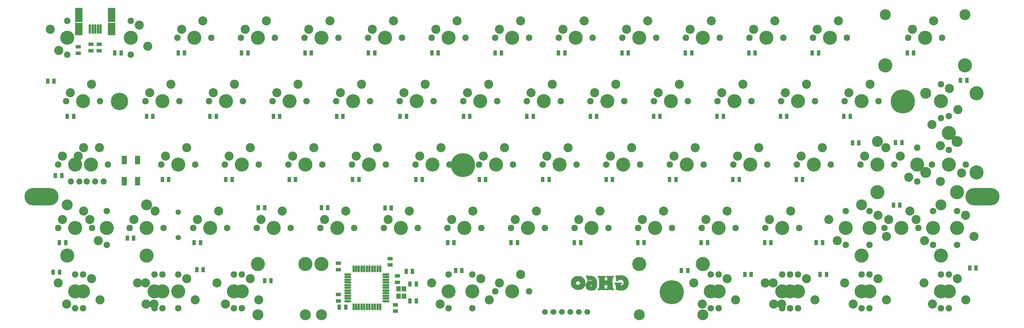
<source format=gbs>
G04 (created by PCBNEW (2012-oct-18)-testing) date Fri 26 Oct 2012 04:47:30 PM CEST*
%MOIN*%
G04 Gerber Fmt 3.4, Leading zero omitted, Abs format*
%FSLAX34Y34*%
G01*
G70*
G90*
G04 APERTURE LIST*
%ADD10C,3.93701e-06*%
%ADD11C,0.0001*%
%ADD12C,0.1661*%
%ADD13C,0.1078*%
%ADD14C,0.0763*%
%ADD15C,0.1294*%
%ADD16C,0.1664*%
%ADD17R,0.0547X0.0645*%
%ADD18C,0.285*%
%ADD19O,0.4031X0.2063*%
%ADD20C,0.2063*%
%ADD21R,0.0645X0.1*%
%ADD22C,0.0644*%
%ADD23O,0.0842X0.0254*%
%ADD24O,0.0254X0.0842*%
%ADD25R,0.0444X0.0644*%
%ADD26R,0.0644X0.0444*%
%ADD27R,0.0901X0.1669*%
%ADD28R,0.0901X0.1472*%
%ADD29O,0.0291X0.1157*%
%ADD30C,0.0724*%
%ADD31C,0.0684551*%
G04 APERTURE END LIST*
G54D10*
G54D11*
G36*
X66147Y-32584D02*
X66143Y-32688D01*
X66134Y-32787D01*
X66122Y-32878D01*
X66109Y-32936D01*
X66069Y-33051D01*
X66013Y-33153D01*
X65942Y-33240D01*
X65857Y-33311D01*
X65759Y-33364D01*
X65728Y-33377D01*
X65686Y-33387D01*
X65627Y-33395D01*
X65556Y-33401D01*
X65513Y-33403D01*
X65513Y-32801D01*
X65500Y-32776D01*
X65491Y-32766D01*
X65457Y-32745D01*
X65419Y-32744D01*
X65379Y-32763D01*
X65378Y-32764D01*
X65355Y-32787D01*
X65351Y-32811D01*
X65367Y-32837D01*
X65381Y-32853D01*
X65414Y-32878D01*
X65443Y-32883D01*
X65472Y-32867D01*
X65485Y-32854D01*
X65508Y-32825D01*
X65513Y-32801D01*
X65513Y-33403D01*
X65478Y-33405D01*
X65400Y-33405D01*
X65325Y-33403D01*
X65260Y-33398D01*
X65213Y-33390D01*
X65133Y-33369D01*
X65070Y-33342D01*
X65015Y-33307D01*
X64980Y-33277D01*
X64912Y-33202D01*
X64858Y-33116D01*
X64819Y-33022D01*
X64807Y-32985D01*
X64798Y-32953D01*
X64793Y-32920D01*
X64790Y-32880D01*
X64789Y-32828D01*
X64789Y-32774D01*
X64789Y-32707D01*
X64791Y-32657D01*
X64794Y-32619D01*
X64800Y-32588D01*
X64809Y-32558D01*
X64813Y-32546D01*
X64857Y-32455D01*
X64914Y-32376D01*
X64981Y-32312D01*
X65057Y-32267D01*
X65084Y-32256D01*
X65116Y-32247D01*
X65152Y-32241D01*
X65197Y-32238D01*
X65257Y-32237D01*
X65293Y-32237D01*
X65353Y-32238D01*
X65408Y-32240D01*
X65453Y-32244D01*
X65483Y-32249D01*
X65485Y-32250D01*
X65514Y-32256D01*
X65524Y-32251D01*
X65514Y-32235D01*
X65485Y-32210D01*
X65472Y-32200D01*
X65412Y-32165D01*
X65341Y-32140D01*
X65270Y-32130D01*
X65265Y-32130D01*
X65224Y-32136D01*
X65200Y-32152D01*
X65193Y-32180D01*
X65188Y-32205D01*
X65171Y-32220D01*
X65140Y-32228D01*
X65091Y-32230D01*
X65050Y-32229D01*
X65024Y-32224D01*
X65007Y-32211D01*
X64995Y-32184D01*
X64984Y-32142D01*
X64982Y-32130D01*
X64965Y-32066D01*
X64943Y-31994D01*
X64918Y-31922D01*
X64892Y-31856D01*
X64869Y-31806D01*
X64846Y-31747D01*
X64837Y-31692D01*
X64837Y-31686D01*
X64842Y-31640D01*
X64857Y-31609D01*
X64886Y-31592D01*
X64933Y-31586D01*
X64949Y-31586D01*
X64987Y-31587D01*
X65009Y-31591D01*
X65024Y-31602D01*
X65037Y-31622D01*
X65038Y-31623D01*
X65060Y-31660D01*
X65135Y-31650D01*
X65175Y-31646D01*
X65230Y-31644D01*
X65293Y-31643D01*
X65358Y-31644D01*
X65365Y-31644D01*
X65433Y-31647D01*
X65485Y-31651D01*
X65527Y-31657D01*
X65566Y-31666D01*
X65606Y-31678D01*
X65610Y-31679D01*
X65692Y-31711D01*
X65759Y-31744D01*
X65819Y-31784D01*
X65878Y-31834D01*
X65880Y-31835D01*
X65968Y-31932D01*
X66040Y-32044D01*
X66096Y-32170D01*
X66116Y-32232D01*
X66131Y-32301D01*
X66141Y-32386D01*
X66146Y-32482D01*
X66147Y-32584D01*
X66147Y-32584D01*
X66147Y-32584D01*
G37*
G36*
X69868Y-32552D02*
X69864Y-32636D01*
X69852Y-32712D01*
X69833Y-32785D01*
X69804Y-32864D01*
X69803Y-32865D01*
X69767Y-32946D01*
X69726Y-33017D01*
X69677Y-33083D01*
X69615Y-33151D01*
X69598Y-33169D01*
X69524Y-33237D01*
X69451Y-33289D01*
X69372Y-33331D01*
X69280Y-33365D01*
X69248Y-33375D01*
X69216Y-33384D01*
X69183Y-33390D01*
X69146Y-33395D01*
X69101Y-33398D01*
X69043Y-33401D01*
X68969Y-33403D01*
X68937Y-33403D01*
X68843Y-33404D01*
X68768Y-33403D01*
X68711Y-33401D01*
X68667Y-33396D01*
X68642Y-33392D01*
X68516Y-33353D01*
X68404Y-33299D01*
X68397Y-33295D01*
X68337Y-33258D01*
X68337Y-33078D01*
X68336Y-32999D01*
X68333Y-32921D01*
X68329Y-32847D01*
X68324Y-32780D01*
X68318Y-32725D01*
X68312Y-32684D01*
X68305Y-32661D01*
X68303Y-32659D01*
X68287Y-32650D01*
X68258Y-32643D01*
X68251Y-32642D01*
X68209Y-32635D01*
X68205Y-32574D01*
X68205Y-32533D01*
X68206Y-32495D01*
X68208Y-32480D01*
X68214Y-32447D01*
X68626Y-32446D01*
X69037Y-32445D01*
X69037Y-32524D01*
X69036Y-32569D01*
X69032Y-32599D01*
X69023Y-32617D01*
X69008Y-32630D01*
X68998Y-32636D01*
X68972Y-32660D01*
X68951Y-32698D01*
X68939Y-32743D01*
X68937Y-32767D01*
X68937Y-32810D01*
X68987Y-32804D01*
X69062Y-32782D01*
X69128Y-32741D01*
X69186Y-32678D01*
X69236Y-32595D01*
X69241Y-32587D01*
X69268Y-32514D01*
X69275Y-32446D01*
X69262Y-32379D01*
X69250Y-32348D01*
X69205Y-32270D01*
X69147Y-32209D01*
X69075Y-32162D01*
X69074Y-32162D01*
X69022Y-32141D01*
X68968Y-32128D01*
X68908Y-32125D01*
X68839Y-32130D01*
X68758Y-32145D01*
X68661Y-32170D01*
X68648Y-32173D01*
X68630Y-32181D01*
X68621Y-32198D01*
X68617Y-32229D01*
X68617Y-32230D01*
X68614Y-32278D01*
X68608Y-32307D01*
X68596Y-32323D01*
X68572Y-32329D01*
X68532Y-32330D01*
X68515Y-32330D01*
X68473Y-32329D01*
X68440Y-32326D01*
X68423Y-32322D01*
X68421Y-32321D01*
X68418Y-32307D01*
X68413Y-32276D01*
X68408Y-32232D01*
X68403Y-32191D01*
X68391Y-32075D01*
X68378Y-31980D01*
X68365Y-31904D01*
X68352Y-31848D01*
X68338Y-31808D01*
X68338Y-31808D01*
X68325Y-31770D01*
X68317Y-31725D01*
X68314Y-31681D01*
X68316Y-31642D01*
X68323Y-31614D01*
X68332Y-31604D01*
X68352Y-31600D01*
X68386Y-31598D01*
X68425Y-31597D01*
X68466Y-31598D01*
X68489Y-31601D01*
X68501Y-31608D01*
X68507Y-31621D01*
X68517Y-31638D01*
X68538Y-31638D01*
X68539Y-31638D01*
X68633Y-31619D01*
X68742Y-31606D01*
X68858Y-31598D01*
X68975Y-31597D01*
X69086Y-31601D01*
X69184Y-31612D01*
X69198Y-31614D01*
X69330Y-31647D01*
X69449Y-31699D01*
X69556Y-31768D01*
X69648Y-31855D01*
X69727Y-31959D01*
X69776Y-32047D01*
X69807Y-32116D01*
X69830Y-32180D01*
X69847Y-32245D01*
X69857Y-32317D01*
X69864Y-32402D01*
X69867Y-32454D01*
X69868Y-32552D01*
X69868Y-32552D01*
X69868Y-32552D01*
G37*
G36*
X68137Y-33281D02*
X68135Y-33320D01*
X68128Y-33341D01*
X68118Y-33348D01*
X68102Y-33350D01*
X68067Y-33350D01*
X68018Y-33348D01*
X67959Y-33344D01*
X67912Y-33341D01*
X67840Y-33336D01*
X67775Y-33333D01*
X67710Y-33332D01*
X67641Y-33333D01*
X67562Y-33336D01*
X67469Y-33341D01*
X67396Y-33345D01*
X67331Y-33347D01*
X67276Y-33349D01*
X67235Y-33349D01*
X67211Y-33348D01*
X67206Y-33347D01*
X67202Y-33333D01*
X67198Y-33303D01*
X67194Y-33262D01*
X67194Y-33256D01*
X67193Y-33204D01*
X67199Y-33169D01*
X67212Y-33150D01*
X67236Y-33142D01*
X67252Y-33141D01*
X67281Y-33138D01*
X67300Y-33132D01*
X67307Y-33118D01*
X67315Y-33086D01*
X67323Y-33042D01*
X67331Y-32991D01*
X67338Y-32936D01*
X67343Y-32884D01*
X67346Y-32839D01*
X67346Y-32805D01*
X67343Y-32776D01*
X67334Y-32761D01*
X67315Y-32754D01*
X67292Y-32751D01*
X67261Y-32749D01*
X67218Y-32748D01*
X67168Y-32750D01*
X67119Y-32753D01*
X67073Y-32757D01*
X67039Y-32761D01*
X67019Y-32766D01*
X67018Y-32767D01*
X67013Y-32783D01*
X67012Y-32817D01*
X67013Y-32863D01*
X67016Y-32916D01*
X67021Y-32972D01*
X67028Y-33026D01*
X67035Y-33073D01*
X67043Y-33108D01*
X67050Y-33127D01*
X67069Y-33137D01*
X67092Y-33141D01*
X67123Y-33144D01*
X67143Y-33156D01*
X67154Y-33180D01*
X67157Y-33221D01*
X67157Y-33258D01*
X67153Y-33346D01*
X67048Y-33346D01*
X66998Y-33345D01*
X66934Y-33344D01*
X66861Y-33342D01*
X66788Y-33341D01*
X66759Y-33340D01*
X66678Y-33339D01*
X66587Y-33339D01*
X66495Y-33341D01*
X66414Y-33344D01*
X66401Y-33345D01*
X66225Y-33355D01*
X66229Y-33262D01*
X66232Y-33169D01*
X66279Y-33152D01*
X66310Y-33139D01*
X66332Y-33127D01*
X66336Y-33124D01*
X66342Y-33109D01*
X66350Y-33077D01*
X66359Y-33033D01*
X66367Y-32985D01*
X66374Y-32933D01*
X66379Y-32878D01*
X66383Y-32816D01*
X66386Y-32742D01*
X66387Y-32652D01*
X66387Y-32574D01*
X66387Y-32485D01*
X66385Y-32392D01*
X66382Y-32299D01*
X66378Y-32208D01*
X66373Y-32123D01*
X66368Y-32046D01*
X66363Y-31980D01*
X66357Y-31929D01*
X66351Y-31895D01*
X66347Y-31885D01*
X66331Y-31872D01*
X66302Y-31861D01*
X66293Y-31859D01*
X66260Y-31850D01*
X66242Y-31834D01*
X66237Y-31824D01*
X66229Y-31787D01*
X66227Y-31741D01*
X66230Y-31695D01*
X66234Y-31676D01*
X66238Y-31664D01*
X66245Y-31657D01*
X66260Y-31653D01*
X66287Y-31653D01*
X66330Y-31656D01*
X66347Y-31657D01*
X66449Y-31663D01*
X66532Y-31668D01*
X66601Y-31671D01*
X66658Y-31672D01*
X66709Y-31672D01*
X66755Y-31670D01*
X66801Y-31667D01*
X66844Y-31663D01*
X66908Y-31657D01*
X66972Y-31652D01*
X67030Y-31648D01*
X67070Y-31647D01*
X67153Y-31647D01*
X67157Y-31729D01*
X67157Y-31771D01*
X67154Y-31804D01*
X67149Y-31823D01*
X67148Y-31824D01*
X67131Y-31836D01*
X67102Y-31848D01*
X67092Y-31851D01*
X67065Y-31860D01*
X67049Y-31866D01*
X67047Y-31867D01*
X67046Y-31878D01*
X67043Y-31907D01*
X67039Y-31951D01*
X67033Y-32004D01*
X67032Y-32019D01*
X67026Y-32085D01*
X67023Y-32131D01*
X67024Y-32160D01*
X67027Y-32175D01*
X67030Y-32177D01*
X67046Y-32181D01*
X67078Y-32183D01*
X67122Y-32185D01*
X67172Y-32185D01*
X67223Y-32185D01*
X67271Y-32184D01*
X67310Y-32182D01*
X67335Y-32178D01*
X67342Y-32176D01*
X67344Y-32160D01*
X67343Y-32127D01*
X67341Y-32083D01*
X67337Y-32033D01*
X67332Y-31981D01*
X67326Y-31934D01*
X67320Y-31895D01*
X67315Y-31872D01*
X67313Y-31867D01*
X67295Y-31857D01*
X67266Y-31847D01*
X67255Y-31844D01*
X67209Y-31835D01*
X67206Y-31752D01*
X67206Y-31710D01*
X67208Y-31675D01*
X67213Y-31655D01*
X67213Y-31654D01*
X67220Y-31648D01*
X67234Y-31644D01*
X67257Y-31643D01*
X67294Y-31645D01*
X67347Y-31649D01*
X67394Y-31652D01*
X67506Y-31659D01*
X67629Y-31661D01*
X67765Y-31659D01*
X67917Y-31651D01*
X68002Y-31646D01*
X68055Y-31642D01*
X68091Y-31644D01*
X68112Y-31652D01*
X68122Y-31669D01*
X68125Y-31697D01*
X68125Y-31721D01*
X68124Y-31774D01*
X68118Y-31809D01*
X68107Y-31830D01*
X68087Y-31842D01*
X68070Y-31846D01*
X68040Y-31854D01*
X68019Y-31864D01*
X68017Y-31866D01*
X68010Y-31883D01*
X68000Y-31916D01*
X67990Y-31960D01*
X67985Y-31986D01*
X67977Y-32046D01*
X67970Y-32125D01*
X67966Y-32218D01*
X67964Y-32322D01*
X67964Y-32433D01*
X67966Y-32547D01*
X67970Y-32661D01*
X67976Y-32771D01*
X67985Y-32872D01*
X67985Y-32880D01*
X67993Y-32948D01*
X68001Y-33009D01*
X68008Y-33060D01*
X68015Y-33096D01*
X68021Y-33114D01*
X68045Y-33134D01*
X68079Y-33145D01*
X68104Y-33151D01*
X68121Y-33165D01*
X68131Y-33189D01*
X68136Y-33227D01*
X68137Y-33281D01*
X68137Y-33281D01*
X68137Y-33281D01*
G37*
G36*
X64753Y-32541D02*
X64751Y-32638D01*
X64747Y-32717D01*
X64738Y-32782D01*
X64724Y-32836D01*
X64705Y-32883D01*
X64679Y-32928D01*
X64653Y-32964D01*
X64564Y-33069D01*
X64473Y-33154D01*
X64381Y-33220D01*
X64289Y-33265D01*
X64263Y-33274D01*
X64169Y-33296D01*
X64144Y-33299D01*
X64144Y-32542D01*
X64144Y-32494D01*
X64125Y-32443D01*
X64091Y-32394D01*
X64046Y-32350D01*
X63994Y-32314D01*
X63937Y-32291D01*
X63882Y-32283D01*
X63830Y-32293D01*
X63776Y-32319D01*
X63727Y-32359D01*
X63686Y-32407D01*
X63660Y-32459D01*
X63659Y-32463D01*
X63651Y-32495D01*
X63653Y-32521D01*
X63666Y-32554D01*
X63666Y-32555D01*
X63696Y-32606D01*
X63737Y-32655D01*
X63783Y-32697D01*
X63821Y-32720D01*
X63854Y-32734D01*
X63881Y-32739D01*
X63910Y-32736D01*
X63949Y-32726D01*
X63955Y-32724D01*
X64020Y-32696D01*
X64075Y-32656D01*
X64117Y-32606D01*
X64142Y-32551D01*
X64144Y-32542D01*
X64144Y-33299D01*
X64061Y-33311D01*
X63948Y-33317D01*
X63837Y-33314D01*
X63766Y-33306D01*
X63630Y-33276D01*
X63502Y-33225D01*
X63381Y-33153D01*
X63268Y-33061D01*
X63242Y-33036D01*
X63189Y-32979D01*
X63148Y-32923D01*
X63116Y-32861D01*
X63088Y-32786D01*
X63080Y-32763D01*
X63070Y-32728D01*
X63063Y-32696D01*
X63058Y-32661D01*
X63056Y-32619D01*
X63055Y-32564D01*
X63054Y-32497D01*
X63056Y-32407D01*
X63060Y-32333D01*
X63068Y-32271D01*
X63081Y-32215D01*
X63101Y-32159D01*
X63128Y-32099D01*
X63138Y-32078D01*
X63201Y-31974D01*
X63283Y-31882D01*
X63379Y-31804D01*
X63462Y-31755D01*
X63553Y-31719D01*
X63654Y-31694D01*
X63769Y-31680D01*
X63895Y-31675D01*
X64036Y-31681D01*
X64161Y-31700D01*
X64272Y-31733D01*
X64371Y-31780D01*
X64461Y-31843D01*
X64539Y-31917D01*
X64617Y-32017D01*
X64680Y-32131D01*
X64727Y-32254D01*
X64728Y-32259D01*
X64738Y-32294D01*
X64745Y-32327D01*
X64749Y-32363D01*
X64752Y-32406D01*
X64753Y-32461D01*
X64753Y-32533D01*
X64753Y-32541D01*
X64753Y-32541D01*
X64753Y-32541D01*
G37*
G54D12*
X4539Y-18504D03*
G54D13*
X5539Y-16504D03*
X3039Y-17504D03*
G54D14*
X2539Y-18504D03*
G54D12*
X6414Y-18504D03*
G54D13*
X7414Y-16504D03*
X4914Y-17504D03*
G54D14*
X8414Y-18504D03*
G54D15*
X109539Y-754D03*
G54D16*
X109539Y-6754D03*
G54D15*
X3601Y-23254D03*
G54D16*
X3601Y-29254D03*
G54D15*
X12976Y-23254D03*
G54D16*
X12976Y-29254D03*
G54D15*
X106726Y-23254D03*
G54D16*
X106726Y-29254D03*
G54D15*
X97351Y-23254D03*
G54D16*
X97351Y-29254D03*
G54D15*
X108601Y-15754D03*
G54D16*
X108601Y-21754D03*
G54D15*
X99226Y-15754D03*
G54D16*
X99226Y-21754D03*
G54D15*
X104914Y-10066D03*
G54D16*
X110914Y-10066D03*
G54D15*
X104914Y-19441D03*
G54D16*
X110914Y-19441D03*
G54D15*
X100164Y-754D03*
G54D16*
X100164Y-6754D03*
G54D15*
X71101Y-36254D03*
G54D16*
X71101Y-30254D03*
G54D15*
X31726Y-36254D03*
G54D16*
X31726Y-30254D03*
G54D15*
X26101Y-36254D03*
G54D16*
X26101Y-30254D03*
G54D15*
X33601Y-36254D03*
G54D16*
X33601Y-30254D03*
G54D15*
X78601Y-36254D03*
G54D16*
X78601Y-30254D03*
G54D17*
X42711Y-33208D03*
X42711Y-34074D03*
X43341Y-33208D03*
X43341Y-34074D03*
G54D18*
X50322Y-18547D03*
G54D19*
X574Y-22284D03*
X111630Y-22284D03*
G54D18*
X74960Y-33583D03*
X102224Y-11024D03*
G54D20*
X9771Y-11024D03*
G54D21*
X10342Y-17973D03*
X11917Y-20453D03*
X10343Y-20453D03*
X11917Y-17973D03*
G54D22*
X16726Y-24141D03*
X16726Y-27141D03*
G54D23*
X36724Y-33067D03*
X36724Y-32752D03*
X36724Y-32437D03*
X36724Y-32122D03*
X36724Y-31807D03*
X36724Y-31492D03*
X36724Y-33382D03*
X36724Y-33697D03*
X36724Y-34012D03*
X36724Y-34327D03*
X36724Y-34642D03*
X41224Y-33067D03*
X41224Y-32752D03*
X41224Y-32437D03*
X41224Y-32122D03*
X41224Y-31807D03*
X41224Y-31492D03*
X41224Y-33382D03*
X41224Y-33697D03*
X41224Y-34012D03*
X41224Y-34327D03*
X41224Y-34642D03*
G54D24*
X38974Y-30817D03*
X38974Y-35317D03*
X39289Y-30817D03*
X39289Y-35317D03*
X39604Y-35317D03*
X39604Y-30817D03*
X39919Y-30817D03*
X39919Y-35317D03*
X40234Y-35317D03*
X40234Y-30817D03*
X40549Y-30817D03*
X40549Y-35317D03*
X38659Y-35317D03*
X38659Y-30817D03*
X38344Y-30817D03*
X38344Y-35317D03*
X38029Y-35317D03*
X38029Y-30817D03*
X37714Y-30817D03*
X37714Y-35317D03*
X37399Y-35317D03*
X37399Y-30817D03*
G54D25*
X44351Y-31141D03*
X43601Y-31141D03*
X36470Y-35360D03*
X35720Y-35360D03*
G54D26*
X41726Y-30366D03*
X41726Y-29616D03*
X7376Y-5016D03*
X7376Y-4266D03*
X6426Y-5016D03*
X6426Y-4266D03*
X42576Y-31666D03*
X42576Y-32416D03*
X42337Y-35835D03*
X42337Y-35085D03*
X35626Y-30166D03*
X35626Y-30916D03*
X35626Y-34616D03*
X35626Y-33866D03*
G54D25*
X44051Y-34641D03*
X44801Y-34641D03*
X44051Y-32641D03*
X44801Y-32641D03*
G54D27*
X8856Y-787D03*
X4978Y-787D03*
G54D28*
X4978Y-2461D03*
X8856Y-2461D03*
G54D29*
X6917Y-2461D03*
X6602Y-2461D03*
X6287Y-2461D03*
X7232Y-2461D03*
X7547Y-2461D03*
G54D12*
X98289Y-26004D03*
G54D13*
X100289Y-27004D03*
X99289Y-24504D03*
G54D14*
X98289Y-24004D03*
X98289Y-28004D03*
G54D12*
X105789Y-26004D03*
G54D13*
X103789Y-25004D03*
X104789Y-27504D03*
G54D14*
X105789Y-28004D03*
X105789Y-24004D03*
G54D12*
X4539Y-26004D03*
G54D13*
X5539Y-24004D03*
X3039Y-25004D03*
G54D14*
X2539Y-26004D03*
X6539Y-26004D03*
G54D12*
X48601Y-33504D03*
G54D13*
X46601Y-32504D03*
X47601Y-35004D03*
G54D14*
X48601Y-35504D03*
X48601Y-31504D03*
G54D12*
X56101Y-33504D03*
G54D13*
X57101Y-31504D03*
X54601Y-32504D03*
G54D14*
X54101Y-33504D03*
X58101Y-33504D03*
G54D12*
X78601Y-3504D03*
G54D13*
X79601Y-1504D03*
X77101Y-2504D03*
G54D14*
X76601Y-3504D03*
X80601Y-3504D03*
G54D12*
X106726Y-33504D03*
G54D13*
X104726Y-32504D03*
X105726Y-35004D03*
G54D14*
X106726Y-35504D03*
X106726Y-31504D03*
G54D12*
X97351Y-33504D03*
G54D13*
X95351Y-32504D03*
X96351Y-35004D03*
G54D14*
X97351Y-35504D03*
X97351Y-31504D03*
G54D12*
X24226Y-33504D03*
G54D13*
X26226Y-34504D03*
X25226Y-32004D03*
G54D14*
X24226Y-31504D03*
X24226Y-35504D03*
G54D12*
X89851Y-33504D03*
G54D13*
X91851Y-34504D03*
X90851Y-32004D03*
G54D14*
X89851Y-31504D03*
X89851Y-35504D03*
G54D12*
X80476Y-33504D03*
G54D13*
X82476Y-34504D03*
X81476Y-32004D03*
G54D14*
X80476Y-31504D03*
X80476Y-35504D03*
G54D12*
X14851Y-33504D03*
G54D13*
X12851Y-32504D03*
X13851Y-35004D03*
G54D14*
X14851Y-35504D03*
X14851Y-31504D03*
G54D12*
X16726Y-33504D03*
G54D13*
X18726Y-34504D03*
X17726Y-32004D03*
G54D14*
X16726Y-31504D03*
X16726Y-35504D03*
G54D12*
X5476Y-33504D03*
G54D13*
X7476Y-34504D03*
X6476Y-32004D03*
G54D14*
X5476Y-31504D03*
X5476Y-35504D03*
G54D12*
X107664Y-14754D03*
G54D13*
X105664Y-13754D03*
X106664Y-16254D03*
G54D14*
X107664Y-16754D03*
X107664Y-12754D03*
G54D12*
X108601Y-26004D03*
G54D13*
X110601Y-27004D03*
X109601Y-24504D03*
G54D14*
X108601Y-24004D03*
X108601Y-28004D03*
G54D12*
X37351Y-11004D03*
G54D13*
X38351Y-9004D03*
X35851Y-10004D03*
G54D14*
X35351Y-11004D03*
X39351Y-11004D03*
G54D12*
X44851Y-11004D03*
G54D13*
X45851Y-9004D03*
X43351Y-10004D03*
G54D14*
X42851Y-11004D03*
X46851Y-11004D03*
G54D12*
X52351Y-11004D03*
G54D13*
X53351Y-9004D03*
X50851Y-10004D03*
G54D14*
X50351Y-11004D03*
X54351Y-11004D03*
G54D12*
X59851Y-11004D03*
G54D13*
X60851Y-9004D03*
X58351Y-10004D03*
G54D14*
X57851Y-11004D03*
X61851Y-11004D03*
G54D12*
X67351Y-11004D03*
G54D13*
X68351Y-9004D03*
X65851Y-10004D03*
G54D14*
X65351Y-11004D03*
X69351Y-11004D03*
G54D12*
X74851Y-11004D03*
G54D13*
X75851Y-9004D03*
X73351Y-10004D03*
G54D14*
X72851Y-11004D03*
X76851Y-11004D03*
G54D12*
X82351Y-11004D03*
G54D13*
X83351Y-9004D03*
X80851Y-10004D03*
G54D14*
X80351Y-11004D03*
X84351Y-11004D03*
G54D12*
X89851Y-11004D03*
G54D13*
X90851Y-9004D03*
X88351Y-10004D03*
G54D14*
X87851Y-11004D03*
X91851Y-11004D03*
G54D12*
X97351Y-11004D03*
G54D13*
X98351Y-9004D03*
X95851Y-10004D03*
G54D14*
X95351Y-11004D03*
X99351Y-11004D03*
G54D12*
X106726Y-11004D03*
G54D13*
X108726Y-12004D03*
X107726Y-9504D03*
G54D14*
X106726Y-9004D03*
X106726Y-13004D03*
G54D12*
X16726Y-18504D03*
G54D13*
X17726Y-16504D03*
X15226Y-17504D03*
G54D14*
X14726Y-18504D03*
X18726Y-18504D03*
G54D12*
X24226Y-18504D03*
G54D13*
X25226Y-16504D03*
X22726Y-17504D03*
G54D14*
X22226Y-18504D03*
X26226Y-18504D03*
G54D12*
X31726Y-18504D03*
G54D13*
X32726Y-16504D03*
X30226Y-17504D03*
G54D14*
X29726Y-18504D03*
X33726Y-18504D03*
G54D12*
X39226Y-18504D03*
G54D13*
X40226Y-16504D03*
X37726Y-17504D03*
G54D14*
X37226Y-18504D03*
X41226Y-18504D03*
G54D12*
X46726Y-18504D03*
G54D13*
X47726Y-16504D03*
X45226Y-17504D03*
G54D14*
X44726Y-18504D03*
X48726Y-18504D03*
G54D12*
X54226Y-18504D03*
G54D13*
X55226Y-16504D03*
X52726Y-17504D03*
G54D14*
X52226Y-18504D03*
X56226Y-18504D03*
G54D12*
X61726Y-18504D03*
G54D13*
X62726Y-16504D03*
X60226Y-17504D03*
G54D14*
X59726Y-18504D03*
X63726Y-18504D03*
G54D12*
X3601Y-3504D03*
G54D13*
X1601Y-2504D03*
X2601Y-5004D03*
G54D14*
X3601Y-5504D03*
X3601Y-1504D03*
G54D12*
X11101Y-3504D03*
G54D13*
X13101Y-4504D03*
X12101Y-2004D03*
G54D14*
X11101Y-1504D03*
X11101Y-5504D03*
G54D12*
X18601Y-3504D03*
G54D13*
X19601Y-1504D03*
X17101Y-2504D03*
G54D14*
X16601Y-3504D03*
X20601Y-3504D03*
G54D12*
X26101Y-3504D03*
G54D13*
X27101Y-1504D03*
X24601Y-2504D03*
G54D14*
X24101Y-3504D03*
X28101Y-3504D03*
G54D12*
X33601Y-3504D03*
G54D13*
X34601Y-1504D03*
X32101Y-2504D03*
G54D14*
X31601Y-3504D03*
X35601Y-3504D03*
G54D12*
X41101Y-3504D03*
G54D13*
X42101Y-1504D03*
X39601Y-2504D03*
G54D14*
X39101Y-3504D03*
X43101Y-3504D03*
G54D12*
X48601Y-3504D03*
G54D13*
X49601Y-1504D03*
X47101Y-2504D03*
G54D14*
X46601Y-3504D03*
X50601Y-3504D03*
G54D12*
X56101Y-3504D03*
G54D13*
X57101Y-1504D03*
X54601Y-2504D03*
G54D14*
X54101Y-3504D03*
X58101Y-3504D03*
G54D12*
X63601Y-3504D03*
G54D13*
X64601Y-1504D03*
X62101Y-2504D03*
G54D14*
X61601Y-3504D03*
X65601Y-3504D03*
G54D12*
X71101Y-3504D03*
G54D13*
X72101Y-1504D03*
X69601Y-2504D03*
G54D14*
X69101Y-3504D03*
X73101Y-3504D03*
G54D12*
X86101Y-3504D03*
G54D13*
X87101Y-1504D03*
X84601Y-2504D03*
G54D14*
X84101Y-3504D03*
X88101Y-3504D03*
G54D12*
X93601Y-3504D03*
G54D13*
X94601Y-1504D03*
X92101Y-2504D03*
G54D14*
X91601Y-3504D03*
X95601Y-3504D03*
G54D12*
X104851Y-3504D03*
G54D13*
X105851Y-1504D03*
X103351Y-2504D03*
G54D14*
X102851Y-3504D03*
X106851Y-3504D03*
G54D12*
X5476Y-11004D03*
G54D13*
X6476Y-9004D03*
X3976Y-10004D03*
G54D14*
X3476Y-11004D03*
X7476Y-11004D03*
G54D12*
X14851Y-11004D03*
G54D13*
X15851Y-9004D03*
X13351Y-10004D03*
G54D14*
X12851Y-11004D03*
X16851Y-11004D03*
G54D12*
X22351Y-11004D03*
G54D13*
X23351Y-9004D03*
X20851Y-10004D03*
G54D14*
X20351Y-11004D03*
X24351Y-11004D03*
G54D12*
X29851Y-11004D03*
G54D13*
X30851Y-9004D03*
X28351Y-10004D03*
G54D14*
X27851Y-11004D03*
X31851Y-11004D03*
G54D12*
X95476Y-26004D03*
G54D13*
X93476Y-25004D03*
X94476Y-27504D03*
G54D14*
X95476Y-28004D03*
X95476Y-24004D03*
G54D12*
X102039Y-26004D03*
G54D13*
X103039Y-24004D03*
X100539Y-25004D03*
G54D14*
X100039Y-26004D03*
X104039Y-26004D03*
G54D12*
X4539Y-33504D03*
G54D13*
X2539Y-32504D03*
X3539Y-35004D03*
G54D14*
X4539Y-35504D03*
X4539Y-31504D03*
G54D12*
X23289Y-33504D03*
G54D13*
X21289Y-32504D03*
X22289Y-35004D03*
G54D14*
X23289Y-35504D03*
X23289Y-31504D03*
G54D12*
X51414Y-33504D03*
G54D13*
X53414Y-34504D03*
X52414Y-32004D03*
G54D14*
X51414Y-31504D03*
X51414Y-35504D03*
G54D12*
X79539Y-33504D03*
G54D13*
X77539Y-32504D03*
X78539Y-35004D03*
G54D14*
X79539Y-35504D03*
X79539Y-31504D03*
G54D12*
X88914Y-33504D03*
G54D13*
X86914Y-32504D03*
X87914Y-35004D03*
G54D14*
X88914Y-35504D03*
X88914Y-31504D03*
G54D12*
X98289Y-33504D03*
G54D13*
X100289Y-34504D03*
X99289Y-32004D03*
G54D14*
X98289Y-31504D03*
X98289Y-35504D03*
G54D12*
X107664Y-33504D03*
G54D13*
X109664Y-34504D03*
X108664Y-32004D03*
G54D14*
X107664Y-31504D03*
X107664Y-35504D03*
G54D12*
X69226Y-18504D03*
G54D13*
X70226Y-16504D03*
X67726Y-17504D03*
G54D14*
X67226Y-18504D03*
X71226Y-18504D03*
G54D12*
X76726Y-18504D03*
G54D13*
X77726Y-16504D03*
X75226Y-17504D03*
G54D14*
X74726Y-18504D03*
X78726Y-18504D03*
G54D12*
X84226Y-18504D03*
G54D13*
X85226Y-16504D03*
X82726Y-17504D03*
G54D14*
X82226Y-18504D03*
X86226Y-18504D03*
G54D12*
X91726Y-18504D03*
G54D13*
X92726Y-16504D03*
X90226Y-17504D03*
G54D14*
X89726Y-18504D03*
X93726Y-18504D03*
G54D12*
X99226Y-18504D03*
G54D13*
X100226Y-16504D03*
X97726Y-17504D03*
G54D14*
X97226Y-18504D03*
X101226Y-18504D03*
G54D12*
X103914Y-18504D03*
G54D13*
X101914Y-17504D03*
X102914Y-20004D03*
G54D14*
X103914Y-20504D03*
X103914Y-16504D03*
G54D12*
X8289Y-26004D03*
G54D13*
X6289Y-25004D03*
X7289Y-27504D03*
G54D14*
X8289Y-28004D03*
X8289Y-24004D03*
G54D12*
X12976Y-26004D03*
G54D13*
X13976Y-24004D03*
X11476Y-25004D03*
G54D14*
X10976Y-26004D03*
X14976Y-26004D03*
G54D12*
X20476Y-26004D03*
G54D13*
X21476Y-24004D03*
X18976Y-25004D03*
G54D14*
X18476Y-26004D03*
X22476Y-26004D03*
G54D12*
X27976Y-26004D03*
G54D13*
X28976Y-24004D03*
X26476Y-25004D03*
G54D14*
X25976Y-26004D03*
X29976Y-26004D03*
G54D12*
X42976Y-26004D03*
G54D13*
X43976Y-24004D03*
X41476Y-25004D03*
G54D14*
X40976Y-26004D03*
X44976Y-26004D03*
G54D12*
X50476Y-26004D03*
G54D13*
X51476Y-24004D03*
X48976Y-25004D03*
G54D14*
X48476Y-26004D03*
X52476Y-26004D03*
G54D12*
X57976Y-26004D03*
G54D13*
X58976Y-24004D03*
X56476Y-25004D03*
G54D14*
X55976Y-26004D03*
X59976Y-26004D03*
G54D12*
X65476Y-26004D03*
G54D13*
X66476Y-24004D03*
X63976Y-25004D03*
G54D14*
X63476Y-26004D03*
X67476Y-26004D03*
G54D12*
X72976Y-26004D03*
G54D13*
X73976Y-24004D03*
X71476Y-25004D03*
G54D14*
X70976Y-26004D03*
X74976Y-26004D03*
G54D12*
X80476Y-26004D03*
G54D13*
X81476Y-24004D03*
X78976Y-25004D03*
G54D14*
X78476Y-26004D03*
X82476Y-26004D03*
G54D12*
X87976Y-26004D03*
G54D13*
X88976Y-24004D03*
X86476Y-25004D03*
G54D14*
X85976Y-26004D03*
X89976Y-26004D03*
G54D12*
X13914Y-33504D03*
G54D13*
X11914Y-32504D03*
X12914Y-35004D03*
G54D14*
X13914Y-35504D03*
X13914Y-31504D03*
G54D12*
X87976Y-33504D03*
G54D13*
X85976Y-32504D03*
X86976Y-35004D03*
G54D14*
X87976Y-35504D03*
X87976Y-31504D03*
G54D12*
X35476Y-26004D03*
G54D13*
X36476Y-24004D03*
X33976Y-25004D03*
G54D14*
X33476Y-26004D03*
X37476Y-26004D03*
G54D30*
X4039Y-20504D03*
X5039Y-20504D03*
X5914Y-20504D03*
X6914Y-20504D03*
X7914Y-20504D03*
X6914Y-20504D03*
G54D25*
X69074Y-5299D03*
X69824Y-5299D03*
X65334Y-12779D03*
X66084Y-12779D03*
X67204Y-20259D03*
X67954Y-20259D03*
X35413Y-12779D03*
X36163Y-12779D03*
X59724Y-20259D03*
X60474Y-20259D03*
X57853Y-12779D03*
X58603Y-12779D03*
X61594Y-5299D03*
X62344Y-5299D03*
X54113Y-5299D03*
X54863Y-5299D03*
X50373Y-12779D03*
X51123Y-12779D03*
X52243Y-20259D03*
X52993Y-20259D03*
X37283Y-20259D03*
X38033Y-20259D03*
X1301Y-8641D03*
X2051Y-8641D03*
X46633Y-5299D03*
X47383Y-5299D03*
X31672Y-5299D03*
X32422Y-5299D03*
X26151Y-23591D03*
X26901Y-23591D03*
X29802Y-20259D03*
X30552Y-20259D03*
X27932Y-12779D03*
X28682Y-12779D03*
X24192Y-5299D03*
X24942Y-5299D03*
X41101Y-23641D03*
X41851Y-23641D03*
X44763Y-20259D03*
X45513Y-20259D03*
X42893Y-12779D03*
X43643Y-12779D03*
X39153Y-5299D03*
X39903Y-5299D03*
X18582Y-27740D03*
X19332Y-27740D03*
X10701Y-27191D03*
X11451Y-27191D03*
X22322Y-20259D03*
X23072Y-20259D03*
X20452Y-12779D03*
X21202Y-12779D03*
X14842Y-20259D03*
X15592Y-20259D03*
X12972Y-12779D03*
X13722Y-12779D03*
X2686Y-27740D03*
X3436Y-27740D03*
X3621Y-12779D03*
X4371Y-12779D03*
X16712Y-5299D03*
X17462Y-5299D03*
X9231Y-5299D03*
X9981Y-5299D03*
X2219Y-19792D03*
X2969Y-19792D03*
X49438Y-31012D03*
X50188Y-31012D03*
X26901Y-32241D03*
X27651Y-32241D03*
X18901Y-30941D03*
X19651Y-30941D03*
X1951Y-31241D03*
X2701Y-31241D03*
X55983Y-27740D03*
X56733Y-27740D03*
X48503Y-27740D03*
X49253Y-27740D03*
X33601Y-23591D03*
X34351Y-23591D03*
X84035Y-5299D03*
X84785Y-5299D03*
X91515Y-5299D03*
X92265Y-5299D03*
X102735Y-5299D03*
X103485Y-5299D03*
X87775Y-12779D03*
X88525Y-12779D03*
X95255Y-12779D03*
X96005Y-12779D03*
X109026Y-8516D03*
X109776Y-8516D03*
X82164Y-20259D03*
X82914Y-20259D03*
X89645Y-20259D03*
X90395Y-20259D03*
X96270Y-15910D03*
X97020Y-15910D03*
X101351Y-15891D03*
X102101Y-15891D03*
X76087Y-31012D03*
X76837Y-31012D03*
X83567Y-31480D03*
X84317Y-31480D03*
X92450Y-31480D03*
X93200Y-31480D03*
X110101Y-30741D03*
X110851Y-30741D03*
X101101Y-23291D03*
X101851Y-23291D03*
X91982Y-27740D03*
X92732Y-27740D03*
X85905Y-27740D03*
X86655Y-27740D03*
X78424Y-27740D03*
X79174Y-27740D03*
X70944Y-27740D03*
X71694Y-27740D03*
X63464Y-27740D03*
X64214Y-27740D03*
X80294Y-12779D03*
X81044Y-12779D03*
X76554Y-5299D03*
X77304Y-5299D03*
X72814Y-12779D03*
X73564Y-12779D03*
X74684Y-20259D03*
X75434Y-20259D03*
G54D26*
X4926Y-4566D03*
X4926Y-5316D03*
G54D12*
X107663Y-18503D03*
G54D13*
X106663Y-20503D03*
X109163Y-19503D03*
G54D14*
X109663Y-18503D03*
X105663Y-18503D03*
G54D31*
X64976Y-35941D03*
X60976Y-35941D03*
X62976Y-35941D03*
X59976Y-35941D03*
X61976Y-35941D03*
X63976Y-35941D03*
M02*

</source>
